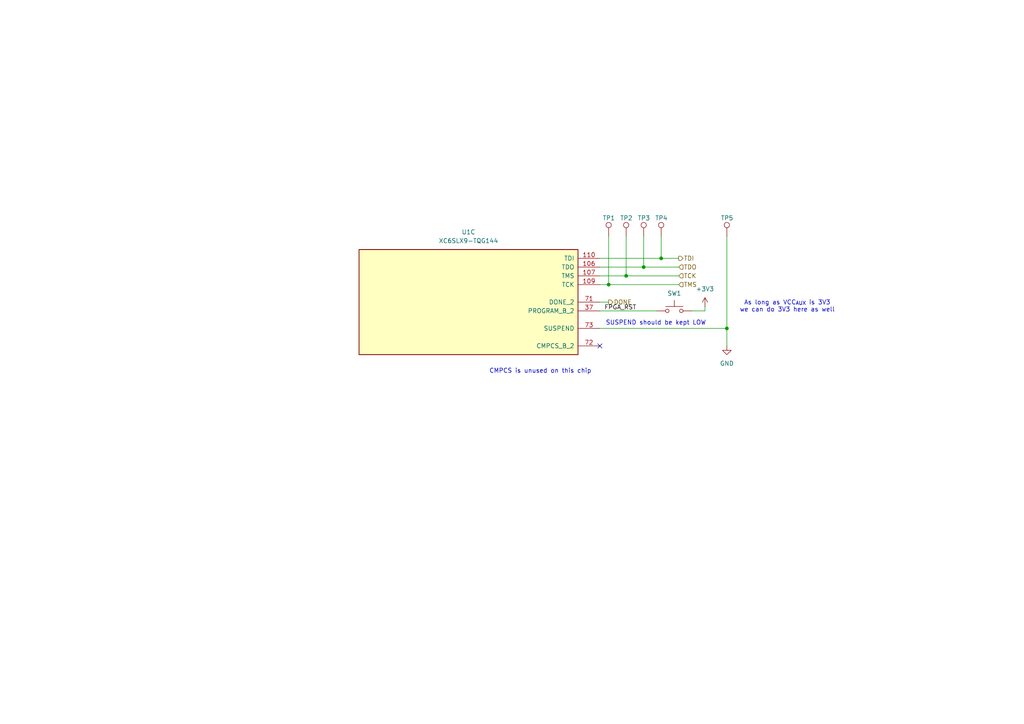
<source format=kicad_sch>
(kicad_sch
	(version 20231120)
	(generator "eeschema")
	(generator_version "8.0")
	(uuid "9635b207-be56-4692-b7be-abdb3712be18")
	(paper "A4")
	(title_block
		(title "FPGA JTAG Interface")
		(date "2024-03-11")
		(rev "1")
		(company "https://github.com/Cuprum77")
	)
	(lib_symbols
		(symbol "+3V3_1"
			(power)
			(pin_numbers hide)
			(pin_names
				(offset 0) hide)
			(exclude_from_sim no)
			(in_bom yes)
			(on_board yes)
			(property "Reference" "#PWR"
				(at 0 -3.81 0)
				(effects
					(font
						(size 1.27 1.27)
					)
					(hide yes)
				)
			)
			(property "Value" "+3V3"
				(at 0 3.556 0)
				(effects
					(font
						(size 1.27 1.27)
					)
				)
			)
			(property "Footprint" ""
				(at 0 0 0)
				(effects
					(font
						(size 1.27 1.27)
					)
					(hide yes)
				)
			)
			(property "Datasheet" ""
				(at 0 0 0)
				(effects
					(font
						(size 1.27 1.27)
					)
					(hide yes)
				)
			)
			(property "Description" "Power symbol creates a global label with name \"+3V3\""
				(at 0 0 0)
				(effects
					(font
						(size 1.27 1.27)
					)
					(hide yes)
				)
			)
			(property "ki_keywords" "global power"
				(at 0 0 0)
				(effects
					(font
						(size 1.27 1.27)
					)
					(hide yes)
				)
			)
			(symbol "+3V3_1_0_1"
				(polyline
					(pts
						(xy -0.762 1.27) (xy 0 2.54)
					)
					(stroke
						(width 0)
						(type default)
					)
					(fill
						(type none)
					)
				)
				(polyline
					(pts
						(xy 0 0) (xy 0 2.54)
					)
					(stroke
						(width 0)
						(type default)
					)
					(fill
						(type none)
					)
				)
				(polyline
					(pts
						(xy 0 2.54) (xy 0.762 1.27)
					)
					(stroke
						(width 0)
						(type default)
					)
					(fill
						(type none)
					)
				)
			)
			(symbol "+3V3_1_1_1"
				(pin power_in line
					(at 0 0 90)
					(length 0)
					(name "~"
						(effects
							(font
								(size 1.27 1.27)
							)
						)
					)
					(number "1"
						(effects
							(font
								(size 1.27 1.27)
							)
						)
					)
				)
			)
		)
		(symbol "Connector:TestPoint"
			(pin_numbers hide)
			(pin_names
				(offset 0.762) hide)
			(exclude_from_sim no)
			(in_bom yes)
			(on_board yes)
			(property "Reference" "TP"
				(at 0 6.858 0)
				(effects
					(font
						(size 1.27 1.27)
					)
				)
			)
			(property "Value" "TestPoint"
				(at 0 5.08 0)
				(effects
					(font
						(size 1.27 1.27)
					)
				)
			)
			(property "Footprint" ""
				(at 5.08 0 0)
				(effects
					(font
						(size 1.27 1.27)
					)
					(hide yes)
				)
			)
			(property "Datasheet" "~"
				(at 5.08 0 0)
				(effects
					(font
						(size 1.27 1.27)
					)
					(hide yes)
				)
			)
			(property "Description" "test point"
				(at 0 0 0)
				(effects
					(font
						(size 1.27 1.27)
					)
					(hide yes)
				)
			)
			(property "ki_keywords" "test point tp"
				(at 0 0 0)
				(effects
					(font
						(size 1.27 1.27)
					)
					(hide yes)
				)
			)
			(property "ki_fp_filters" "Pin* Test*"
				(at 0 0 0)
				(effects
					(font
						(size 1.27 1.27)
					)
					(hide yes)
				)
			)
			(symbol "TestPoint_0_1"
				(circle
					(center 0 3.302)
					(radius 0.762)
					(stroke
						(width 0)
						(type default)
					)
					(fill
						(type none)
					)
				)
			)
			(symbol "TestPoint_1_1"
				(pin passive line
					(at 0 0 90)
					(length 2.54)
					(name "1"
						(effects
							(font
								(size 1.27 1.27)
							)
						)
					)
					(number "1"
						(effects
							(font
								(size 1.27 1.27)
							)
						)
					)
				)
			)
		)
		(symbol "FPGA_Xilinx_Spartan6:XC6SLX9-TQG144"
			(pin_names
				(offset 1.016)
			)
			(exclude_from_sim no)
			(in_bom yes)
			(on_board yes)
			(property "Reference" "U"
				(at 0 1.27 0)
				(effects
					(font
						(size 1.27 1.27)
					)
				)
			)
			(property "Value" "XC6SLX9-TQG144"
				(at 0 -1.27 0)
				(effects
					(font
						(size 1.27 1.27)
					)
				)
			)
			(property "Footprint" ""
				(at 0 0 0)
				(effects
					(font
						(size 1.27 1.27)
					)
					(hide yes)
				)
			)
			(property "Datasheet" ""
				(at 0 0 0)
				(effects
					(font
						(size 1.27 1.27)
					)
				)
			)
			(property "Description" "Spartan 6 LX 9 XC6SLX9-TQG144"
				(at 0 0 0)
				(effects
					(font
						(size 1.27 1.27)
					)
					(hide yes)
				)
			)
			(property "ki_locked" ""
				(at 0 0 0)
				(effects
					(font
						(size 1.27 1.27)
					)
				)
			)
			(property "ki_keywords" "FPGA"
				(at 0 0 0)
				(effects
					(font
						(size 1.27 1.27)
					)
					(hide yes)
				)
			)
			(symbol "XC6SLX9-TQG144_1_1"
				(rectangle
					(start -44.45 36.83)
					(end 44.45 -43.18)
					(stroke
						(width 0.254)
						(type default)
					)
					(fill
						(type background)
					)
				)
				(pin bidirectional line
					(at 50.8 12.7 180)
					(length 6.35)
					(name "IO_L33P_1"
						(effects
							(font
								(size 1.27 1.27)
							)
						)
					)
					(number "100"
						(effects
							(font
								(size 1.27 1.27)
							)
						)
					)
				)
				(pin bidirectional line
					(at 50.8 15.24 180)
					(length 6.35)
					(name "IO_L32N_1"
						(effects
							(font
								(size 1.27 1.27)
							)
						)
					)
					(number "101"
						(effects
							(font
								(size 1.27 1.27)
							)
						)
					)
				)
				(pin bidirectional line
					(at 50.8 17.78 180)
					(length 6.35)
					(name "IO_L32P_1"
						(effects
							(font
								(size 1.27 1.27)
							)
						)
					)
					(number "102"
						(effects
							(font
								(size 1.27 1.27)
							)
						)
					)
				)
				(pin power_in line
					(at 40.64 43.18 270)
					(length 6.35)
					(name "VCCO_1"
						(effects
							(font
								(size 1.27 1.27)
							)
						)
					)
					(number "103"
						(effects
							(font
								(size 1.27 1.27)
							)
						)
					)
				)
				(pin bidirectional line
					(at 50.8 20.32 180)
					(length 6.35)
					(name "IO_L1N_VREF_1"
						(effects
							(font
								(size 1.27 1.27)
							)
						)
					)
					(number "104"
						(effects
							(font
								(size 1.27 1.27)
							)
						)
					)
				)
				(pin bidirectional line
					(at 50.8 22.86 180)
					(length 6.35)
					(name "IO_L1P_1"
						(effects
							(font
								(size 1.27 1.27)
							)
						)
					)
					(number "105"
						(effects
							(font
								(size 1.27 1.27)
							)
						)
					)
				)
				(pin bidirectional line
					(at -50.8 -40.64 0)
					(length 6.35)
					(name "IO_L66N_SCP0_0"
						(effects
							(font
								(size 1.27 1.27)
							)
						)
					)
					(number "111"
						(effects
							(font
								(size 1.27 1.27)
							)
						)
					)
				)
				(pin bidirectional line
					(at -50.8 -38.1 0)
					(length 6.35)
					(name "IO_L66P_SCP1_0"
						(effects
							(font
								(size 1.27 1.27)
							)
						)
					)
					(number "112"
						(effects
							(font
								(size 1.27 1.27)
							)
						)
					)
				)
				(pin bidirectional line
					(at -50.8 -35.56 0)
					(length 6.35)
					(name "IO_L65N_SCP2_0"
						(effects
							(font
								(size 1.27 1.27)
							)
						)
					)
					(number "114"
						(effects
							(font
								(size 1.27 1.27)
							)
						)
					)
				)
				(pin bidirectional line
					(at -50.8 -33.02 0)
					(length 6.35)
					(name "IO_L65P_SCP3_0"
						(effects
							(font
								(size 1.27 1.27)
							)
						)
					)
					(number "115"
						(effects
							(font
								(size 1.27 1.27)
							)
						)
					)
				)
				(pin bidirectional line
					(at -50.8 -30.48 0)
					(length 6.35)
					(name "IO_L64N_SCP4_0"
						(effects
							(font
								(size 1.27 1.27)
							)
						)
					)
					(number "116"
						(effects
							(font
								(size 1.27 1.27)
							)
						)
					)
				)
				(pin bidirectional line
					(at -50.8 -27.94 0)
					(length 6.35)
					(name "IO_L64P_SCP5_0"
						(effects
							(font
								(size 1.27 1.27)
							)
						)
					)
					(number "117"
						(effects
							(font
								(size 1.27 1.27)
							)
						)
					)
				)
				(pin bidirectional line
					(at -50.8 -25.4 0)
					(length 6.35)
					(name "IO_L63N_SCP6_0"
						(effects
							(font
								(size 1.27 1.27)
							)
						)
					)
					(number "118"
						(effects
							(font
								(size 1.27 1.27)
							)
						)
					)
				)
				(pin bidirectional line
					(at -50.8 -22.86 0)
					(length 6.35)
					(name "IO_L63P_SCP7_0"
						(effects
							(font
								(size 1.27 1.27)
							)
						)
					)
					(number "119"
						(effects
							(font
								(size 1.27 1.27)
							)
						)
					)
				)
				(pin bidirectional line
					(at -50.8 -20.32 0)
					(length 6.35)
					(name "IO_L62N_VREF_0"
						(effects
							(font
								(size 1.27 1.27)
							)
						)
					)
					(number "120"
						(effects
							(font
								(size 1.27 1.27)
							)
						)
					)
				)
				(pin bidirectional line
					(at -50.8 -17.78 0)
					(length 6.35)
					(name "IO_L62P_0"
						(effects
							(font
								(size 1.27 1.27)
							)
						)
					)
					(number "121"
						(effects
							(font
								(size 1.27 1.27)
							)
						)
					)
				)
				(pin power_in line
					(at -40.64 43.18 270)
					(length 6.35)
					(name "VCCO_0"
						(effects
							(font
								(size 1.27 1.27)
							)
						)
					)
					(number "122"
						(effects
							(font
								(size 1.27 1.27)
							)
						)
					)
				)
				(pin bidirectional line
					(at -50.8 -15.24 0)
					(length 6.35)
					(name "IO_L37N_GCLK12_0"
						(effects
							(font
								(size 1.27 1.27)
							)
						)
					)
					(number "123"
						(effects
							(font
								(size 1.27 1.27)
							)
						)
					)
				)
				(pin bidirectional line
					(at -50.8 -12.7 0)
					(length 6.35)
					(name "IO_L37P_GCLK13_0"
						(effects
							(font
								(size 1.27 1.27)
							)
						)
					)
					(number "124"
						(effects
							(font
								(size 1.27 1.27)
							)
						)
					)
				)
				(pin power_in line
					(at -38.1 43.18 270)
					(length 6.35)
					(name "VCCO_0"
						(effects
							(font
								(size 1.27 1.27)
							)
						)
					)
					(number "125"
						(effects
							(font
								(size 1.27 1.27)
							)
						)
					)
				)
				(pin bidirectional line
					(at -50.8 -10.16 0)
					(length 6.35)
					(name "IO_L36N_GCLK14_0"
						(effects
							(font
								(size 1.27 1.27)
							)
						)
					)
					(number "126"
						(effects
							(font
								(size 1.27 1.27)
							)
						)
					)
				)
				(pin bidirectional line
					(at -50.8 -7.62 0)
					(length 6.35)
					(name "IO_L36P_GCLK15_0"
						(effects
							(font
								(size 1.27 1.27)
							)
						)
					)
					(number "127"
						(effects
							(font
								(size 1.27 1.27)
							)
						)
					)
				)
				(pin bidirectional line
					(at -50.8 -5.08 0)
					(length 6.35)
					(name "IO_L35N_GCLK16_0"
						(effects
							(font
								(size 1.27 1.27)
							)
						)
					)
					(number "131"
						(effects
							(font
								(size 1.27 1.27)
							)
						)
					)
				)
				(pin bidirectional line
					(at -50.8 -2.54 0)
					(length 6.35)
					(name "IO_L35P_GCLK17_0"
						(effects
							(font
								(size 1.27 1.27)
							)
						)
					)
					(number "132"
						(effects
							(font
								(size 1.27 1.27)
							)
						)
					)
				)
				(pin bidirectional line
					(at -50.8 0 0)
					(length 6.35)
					(name "IO_L34N_GCLK18_0"
						(effects
							(font
								(size 1.27 1.27)
							)
						)
					)
					(number "133"
						(effects
							(font
								(size 1.27 1.27)
							)
						)
					)
				)
				(pin bidirectional line
					(at -50.8 2.54 0)
					(length 6.35)
					(name "IO_L34P_GCLK19_0"
						(effects
							(font
								(size 1.27 1.27)
							)
						)
					)
					(number "134"
						(effects
							(font
								(size 1.27 1.27)
							)
						)
					)
				)
				(pin power_in line
					(at -35.56 43.18 270)
					(length 6.35)
					(name "VCCO_0"
						(effects
							(font
								(size 1.27 1.27)
							)
						)
					)
					(number "135"
						(effects
							(font
								(size 1.27 1.27)
							)
						)
					)
				)
				(pin bidirectional line
					(at -50.8 5.08 0)
					(length 6.35)
					(name "IO_L4N_0"
						(effects
							(font
								(size 1.27 1.27)
							)
						)
					)
					(number "137"
						(effects
							(font
								(size 1.27 1.27)
							)
						)
					)
				)
				(pin bidirectional line
					(at -50.8 7.62 0)
					(length 6.35)
					(name "IO_L4P_0"
						(effects
							(font
								(size 1.27 1.27)
							)
						)
					)
					(number "138"
						(effects
							(font
								(size 1.27 1.27)
							)
						)
					)
				)
				(pin bidirectional line
					(at -50.8 10.16 0)
					(length 6.35)
					(name "IO_L3N_0"
						(effects
							(font
								(size 1.27 1.27)
							)
						)
					)
					(number "139"
						(effects
							(font
								(size 1.27 1.27)
							)
						)
					)
				)
				(pin bidirectional line
					(at -50.8 12.7 0)
					(length 6.35)
					(name "IO_L3P_0"
						(effects
							(font
								(size 1.27 1.27)
							)
						)
					)
					(number "140"
						(effects
							(font
								(size 1.27 1.27)
							)
						)
					)
				)
				(pin bidirectional line
					(at -50.8 15.24 0)
					(length 6.35)
					(name "IO_L2N_0"
						(effects
							(font
								(size 1.27 1.27)
							)
						)
					)
					(number "141"
						(effects
							(font
								(size 1.27 1.27)
							)
						)
					)
				)
				(pin bidirectional line
					(at -50.8 17.78 0)
					(length 6.35)
					(name "IO_L2P_0"
						(effects
							(font
								(size 1.27 1.27)
							)
						)
					)
					(number "142"
						(effects
							(font
								(size 1.27 1.27)
							)
						)
					)
				)
				(pin bidirectional line
					(at -50.8 20.32 0)
					(length 6.35)
					(name "IO_L1N_VREF_0"
						(effects
							(font
								(size 1.27 1.27)
							)
						)
					)
					(number "143"
						(effects
							(font
								(size 1.27 1.27)
							)
						)
					)
				)
				(pin bidirectional line
					(at -50.8 22.86 0)
					(length 6.35)
					(name "IO_L1P_HSWAPEN_0"
						(effects
							(font
								(size 1.27 1.27)
							)
						)
					)
					(number "144"
						(effects
							(font
								(size 1.27 1.27)
							)
						)
					)
				)
				(pin bidirectional line
					(at 50.8 -35.56 180)
					(length 6.35)
					(name "IO_L74N_DOUT_BUSY_1"
						(effects
							(font
								(size 1.27 1.27)
							)
						)
					)
					(number "74"
						(effects
							(font
								(size 1.27 1.27)
							)
						)
					)
				)
				(pin bidirectional line
					(at 50.8 -33.02 180)
					(length 6.35)
					(name "IO_L74P_AWAKE_1"
						(effects
							(font
								(size 1.27 1.27)
							)
						)
					)
					(number "75"
						(effects
							(font
								(size 1.27 1.27)
							)
						)
					)
				)
				(pin power_in line
					(at 35.56 43.18 270)
					(length 6.35)
					(name "VCCO_1"
						(effects
							(font
								(size 1.27 1.27)
							)
						)
					)
					(number "76"
						(effects
							(font
								(size 1.27 1.27)
							)
						)
					)
				)
				(pin bidirectional line
					(at 50.8 -30.48 180)
					(length 6.35)
					(name "IO_L47N_1"
						(effects
							(font
								(size 1.27 1.27)
							)
						)
					)
					(number "78"
						(effects
							(font
								(size 1.27 1.27)
							)
						)
					)
				)
				(pin bidirectional line
					(at 50.8 -27.94 180)
					(length 6.35)
					(name "IO_L47P_1"
						(effects
							(font
								(size 1.27 1.27)
							)
						)
					)
					(number "79"
						(effects
							(font
								(size 1.27 1.27)
							)
						)
					)
				)
				(pin bidirectional line
					(at 50.8 -25.4 180)
					(length 6.35)
					(name "IO_L46N_1"
						(effects
							(font
								(size 1.27 1.27)
							)
						)
					)
					(number "80"
						(effects
							(font
								(size 1.27 1.27)
							)
						)
					)
				)
				(pin bidirectional line
					(at 50.8 -22.86 180)
					(length 6.35)
					(name "IO_L46P_1"
						(effects
							(font
								(size 1.27 1.27)
							)
						)
					)
					(number "81"
						(effects
							(font
								(size 1.27 1.27)
							)
						)
					)
				)
				(pin bidirectional line
					(at 50.8 -20.32 180)
					(length 6.35)
					(name "IO_L45N_1"
						(effects
							(font
								(size 1.27 1.27)
							)
						)
					)
					(number "82"
						(effects
							(font
								(size 1.27 1.27)
							)
						)
					)
				)
				(pin bidirectional line
					(at 50.8 -17.78 180)
					(length 6.35)
					(name "IO_L45P_1"
						(effects
							(font
								(size 1.27 1.27)
							)
						)
					)
					(number "83"
						(effects
							(font
								(size 1.27 1.27)
							)
						)
					)
				)
				(pin bidirectional line
					(at 50.8 -15.24 180)
					(length 6.35)
					(name "IO_L43N_GCLK4_1"
						(effects
							(font
								(size 1.27 1.27)
							)
						)
					)
					(number "84"
						(effects
							(font
								(size 1.27 1.27)
							)
						)
					)
				)
				(pin bidirectional line
					(at 50.8 -12.7 180)
					(length 6.35)
					(name "IO_L43P_GCLK5_1"
						(effects
							(font
								(size 1.27 1.27)
							)
						)
					)
					(number "85"
						(effects
							(font
								(size 1.27 1.27)
							)
						)
					)
				)
				(pin power_in line
					(at 38.1 43.18 270)
					(length 6.35)
					(name "VCCO_1"
						(effects
							(font
								(size 1.27 1.27)
							)
						)
					)
					(number "86"
						(effects
							(font
								(size 1.27 1.27)
							)
						)
					)
				)
				(pin bidirectional line
					(at 50.8 -10.16 180)
					(length 6.35)
					(name "IO_L42N_GCLK6_TRDY1_1"
						(effects
							(font
								(size 1.27 1.27)
							)
						)
					)
					(number "87"
						(effects
							(font
								(size 1.27 1.27)
							)
						)
					)
				)
				(pin bidirectional line
					(at 50.8 -7.62 180)
					(length 6.35)
					(name "IO_L42P_GCLK7_1"
						(effects
							(font
								(size 1.27 1.27)
							)
						)
					)
					(number "88"
						(effects
							(font
								(size 1.27 1.27)
							)
						)
					)
				)
				(pin bidirectional line
					(at 50.8 -5.08 180)
					(length 6.35)
					(name "IO_L41N_GCLK8_1"
						(effects
							(font
								(size 1.27 1.27)
							)
						)
					)
					(number "92"
						(effects
							(font
								(size 1.27 1.27)
							)
						)
					)
				)
				(pin bidirectional line
					(at 50.8 -2.54 180)
					(length 6.35)
					(name "IO_L41P_GCLK9_IRDY1_1"
						(effects
							(font
								(size 1.27 1.27)
							)
						)
					)
					(number "93"
						(effects
							(font
								(size 1.27 1.27)
							)
						)
					)
				)
				(pin bidirectional line
					(at 50.8 0 180)
					(length 6.35)
					(name "IO_L40N_GCLK10_1"
						(effects
							(font
								(size 1.27 1.27)
							)
						)
					)
					(number "94"
						(effects
							(font
								(size 1.27 1.27)
							)
						)
					)
				)
				(pin bidirectional line
					(at 50.8 2.54 180)
					(length 6.35)
					(name "IO_L40P_GCLK11_1"
						(effects
							(font
								(size 1.27 1.27)
							)
						)
					)
					(number "95"
						(effects
							(font
								(size 1.27 1.27)
							)
						)
					)
				)
				(pin bidirectional line
					(at 50.8 5.08 180)
					(length 6.35)
					(name "IO_L34N_1"
						(effects
							(font
								(size 1.27 1.27)
							)
						)
					)
					(number "97"
						(effects
							(font
								(size 1.27 1.27)
							)
						)
					)
				)
				(pin bidirectional line
					(at 50.8 7.62 180)
					(length 6.35)
					(name "IO_L34P_1"
						(effects
							(font
								(size 1.27 1.27)
							)
						)
					)
					(number "98"
						(effects
							(font
								(size 1.27 1.27)
							)
						)
					)
				)
				(pin bidirectional line
					(at 50.8 10.16 180)
					(length 6.35)
					(name "IO_L33N_1"
						(effects
							(font
								(size 1.27 1.27)
							)
						)
					)
					(number "99"
						(effects
							(font
								(size 1.27 1.27)
							)
						)
					)
				)
			)
			(symbol "XC6SLX9-TQG144_2_1"
				(rectangle
					(start -44.45 36.83)
					(end 44.45 -43.18)
					(stroke
						(width 0.254)
						(type default)
					)
					(fill
						(type background)
					)
				)
				(pin bidirectional line
					(at 50.8 -40.64 180)
					(length 6.35)
					(name "IO_L83N_VREF_3"
						(effects
							(font
								(size 1.27 1.27)
							)
						)
					)
					(number "1"
						(effects
							(font
								(size 1.27 1.27)
							)
						)
					)
				)
				(pin bidirectional line
					(at 50.8 -22.86 180)
					(length 6.35)
					(name "IO_L50P_3"
						(effects
							(font
								(size 1.27 1.27)
							)
						)
					)
					(number "10"
						(effects
							(font
								(size 1.27 1.27)
							)
						)
					)
				)
				(pin bidirectional line
					(at 50.8 -20.32 180)
					(length 6.35)
					(name "IO_L49N_3"
						(effects
							(font
								(size 1.27 1.27)
							)
						)
					)
					(number "11"
						(effects
							(font
								(size 1.27 1.27)
							)
						)
					)
				)
				(pin bidirectional line
					(at 50.8 -17.78 180)
					(length 6.35)
					(name "IO_L49P_3"
						(effects
							(font
								(size 1.27 1.27)
							)
						)
					)
					(number "12"
						(effects
							(font
								(size 1.27 1.27)
							)
						)
					)
				)
				(pin bidirectional line
					(at 50.8 -15.24 180)
					(length 6.35)
					(name "IO_L44N_GCLK20_3"
						(effects
							(font
								(size 1.27 1.27)
							)
						)
					)
					(number "14"
						(effects
							(font
								(size 1.27 1.27)
							)
						)
					)
				)
				(pin bidirectional line
					(at 50.8 -12.7 180)
					(length 6.35)
					(name "IO_L44P_GCLK21_3"
						(effects
							(font
								(size 1.27 1.27)
							)
						)
					)
					(number "15"
						(effects
							(font
								(size 1.27 1.27)
							)
						)
					)
				)
				(pin bidirectional line
					(at 50.8 -10.16 180)
					(length 6.35)
					(name "IO_L43N_GCLK22_IRDY2_3"
						(effects
							(font
								(size 1.27 1.27)
							)
						)
					)
					(number "16"
						(effects
							(font
								(size 1.27 1.27)
							)
						)
					)
				)
				(pin bidirectional line
					(at 50.8 -7.62 180)
					(length 6.35)
					(name "IO_L43P_GCLK23_3"
						(effects
							(font
								(size 1.27 1.27)
							)
						)
					)
					(number "17"
						(effects
							(font
								(size 1.27 1.27)
							)
						)
					)
				)
				(pin power_in line
					(at 38.1 43.18 270)
					(length 6.35)
					(name "VCCO_3"
						(effects
							(font
								(size 1.27 1.27)
							)
						)
					)
					(number "18"
						(effects
							(font
								(size 1.27 1.27)
							)
						)
					)
				)
				(pin bidirectional line
					(at 50.8 -38.1 180)
					(length 6.35)
					(name "IO_L83P_3"
						(effects
							(font
								(size 1.27 1.27)
							)
						)
					)
					(number "2"
						(effects
							(font
								(size 1.27 1.27)
							)
						)
					)
				)
				(pin bidirectional line
					(at 50.8 -5.08 180)
					(length 6.35)
					(name "IO_L42N_GCLK24_3"
						(effects
							(font
								(size 1.27 1.27)
							)
						)
					)
					(number "21"
						(effects
							(font
								(size 1.27 1.27)
							)
						)
					)
				)
				(pin bidirectional line
					(at 50.8 -2.54 180)
					(length 6.35)
					(name "IO_L42P_GCLK25_TRDY2_3"
						(effects
							(font
								(size 1.27 1.27)
							)
						)
					)
					(number "22"
						(effects
							(font
								(size 1.27 1.27)
							)
						)
					)
				)
				(pin bidirectional line
					(at 50.8 0 180)
					(length 6.35)
					(name "IO_L41N_GCLK26_3"
						(effects
							(font
								(size 1.27 1.27)
							)
						)
					)
					(number "23"
						(effects
							(font
								(size 1.27 1.27)
							)
						)
					)
				)
				(pin bidirectional line
					(at 50.8 2.54 180)
					(length 6.35)
					(name "IO_L41P_GCLK27_3"
						(effects
							(font
								(size 1.27 1.27)
							)
						)
					)
					(number "24"
						(effects
							(font
								(size 1.27 1.27)
							)
						)
					)
				)
				(pin bidirectional line
					(at 50.8 5.08 180)
					(length 6.35)
					(name "IO_L37N_3"
						(effects
							(font
								(size 1.27 1.27)
							)
						)
					)
					(number "26"
						(effects
							(font
								(size 1.27 1.27)
							)
						)
					)
				)
				(pin bidirectional line
					(at 50.8 7.62 180)
					(length 6.35)
					(name "IO_L37P_3"
						(effects
							(font
								(size 1.27 1.27)
							)
						)
					)
					(number "27"
						(effects
							(font
								(size 1.27 1.27)
							)
						)
					)
				)
				(pin bidirectional line
					(at 50.8 10.16 180)
					(length 6.35)
					(name "IO_L36N_3"
						(effects
							(font
								(size 1.27 1.27)
							)
						)
					)
					(number "29"
						(effects
							(font
								(size 1.27 1.27)
							)
						)
					)
				)
				(pin bidirectional line
					(at 50.8 12.7 180)
					(length 6.35)
					(name "IO_L36P_3"
						(effects
							(font
								(size 1.27 1.27)
							)
						)
					)
					(number "30"
						(effects
							(font
								(size 1.27 1.27)
							)
						)
					)
				)
				(pin power_in line
					(at 40.64 43.18 270)
					(length 6.35)
					(name "VCCO_3"
						(effects
							(font
								(size 1.27 1.27)
							)
						)
					)
					(number "31"
						(effects
							(font
								(size 1.27 1.27)
							)
						)
					)
				)
				(pin bidirectional line
					(at 50.8 15.24 180)
					(length 6.35)
					(name "IO_L2N_3"
						(effects
							(font
								(size 1.27 1.27)
							)
						)
					)
					(number "32"
						(effects
							(font
								(size 1.27 1.27)
							)
						)
					)
				)
				(pin bidirectional line
					(at 50.8 17.78 180)
					(length 6.35)
					(name "IO_L2P_3"
						(effects
							(font
								(size 1.27 1.27)
							)
						)
					)
					(number "33"
						(effects
							(font
								(size 1.27 1.27)
							)
						)
					)
				)
				(pin bidirectional line
					(at 50.8 20.32 180)
					(length 6.35)
					(name "IO_L1N_VREF_3"
						(effects
							(font
								(size 1.27 1.27)
							)
						)
					)
					(number "34"
						(effects
							(font
								(size 1.27 1.27)
							)
						)
					)
				)
				(pin bidirectional line
					(at 50.8 22.86 180)
					(length 6.35)
					(name "IO_L1P_3"
						(effects
							(font
								(size 1.27 1.27)
							)
						)
					)
					(number "35"
						(effects
							(font
								(size 1.27 1.27)
							)
						)
					)
				)
				(pin bidirectional line
					(at -50.8 -40.64 0)
					(length 6.35)
					(name "IO_L65N_CSO_B_2"
						(effects
							(font
								(size 1.27 1.27)
							)
						)
					)
					(number "38"
						(effects
							(font
								(size 1.27 1.27)
							)
						)
					)
				)
				(pin bidirectional line
					(at -50.8 -38.1 0)
					(length 6.35)
					(name "IO_L65P_INIT_B_2"
						(effects
							(font
								(size 1.27 1.27)
							)
						)
					)
					(number "39"
						(effects
							(font
								(size 1.27 1.27)
							)
						)
					)
				)
				(pin power_in line
					(at 35.56 43.18 270)
					(length 6.35)
					(name "VCCO_3"
						(effects
							(font
								(size 1.27 1.27)
							)
						)
					)
					(number "4"
						(effects
							(font
								(size 1.27 1.27)
							)
						)
					)
				)
				(pin bidirectional line
					(at -50.8 -35.56 0)
					(length 6.35)
					(name "IO_L64N_D9_2"
						(effects
							(font
								(size 1.27 1.27)
							)
						)
					)
					(number "40"
						(effects
							(font
								(size 1.27 1.27)
							)
						)
					)
				)
				(pin bidirectional line
					(at -50.8 -33.02 0)
					(length 6.35)
					(name "IO_L64P_D8_2"
						(effects
							(font
								(size 1.27 1.27)
							)
						)
					)
					(number "41"
						(effects
							(font
								(size 1.27 1.27)
							)
						)
					)
				)
				(pin power_in line
					(at -40.64 43.18 270)
					(length 6.35)
					(name "VCCO_2"
						(effects
							(font
								(size 1.27 1.27)
							)
						)
					)
					(number "42"
						(effects
							(font
								(size 1.27 1.27)
							)
						)
					)
				)
				(pin bidirectional line
					(at -50.8 -30.48 0)
					(length 6.35)
					(name "IO_L62N_D6_2"
						(effects
							(font
								(size 1.27 1.27)
							)
						)
					)
					(number "43"
						(effects
							(font
								(size 1.27 1.27)
							)
						)
					)
				)
				(pin bidirectional line
					(at -50.8 -27.94 0)
					(length 6.35)
					(name "IO_L62P_D5_2"
						(effects
							(font
								(size 1.27 1.27)
							)
						)
					)
					(number "44"
						(effects
							(font
								(size 1.27 1.27)
							)
						)
					)
				)
				(pin bidirectional line
					(at -50.8 -25.4 0)
					(length 6.35)
					(name "IO_L49N_D4_2"
						(effects
							(font
								(size 1.27 1.27)
							)
						)
					)
					(number "45"
						(effects
							(font
								(size 1.27 1.27)
							)
						)
					)
				)
				(pin bidirectional line
					(at -50.8 -22.86 0)
					(length 6.35)
					(name "IO_L49P_D3_2"
						(effects
							(font
								(size 1.27 1.27)
							)
						)
					)
					(number "46"
						(effects
							(font
								(size 1.27 1.27)
							)
						)
					)
				)
				(pin bidirectional line
					(at -50.8 -20.32 0)
					(length 6.35)
					(name "IO_L48N_RDWR_B_VREF_2"
						(effects
							(font
								(size 1.27 1.27)
							)
						)
					)
					(number "47"
						(effects
							(font
								(size 1.27 1.27)
							)
						)
					)
				)
				(pin bidirectional line
					(at -50.8 -17.78 0)
					(length 6.35)
					(name "IO_L48P_D7_2"
						(effects
							(font
								(size 1.27 1.27)
							)
						)
					)
					(number "48"
						(effects
							(font
								(size 1.27 1.27)
							)
						)
					)
				)
				(pin bidirectional line
					(at 50.8 -35.56 180)
					(length 6.35)
					(name "IO_L52N_3"
						(effects
							(font
								(size 1.27 1.27)
							)
						)
					)
					(number "5"
						(effects
							(font
								(size 1.27 1.27)
							)
						)
					)
				)
				(pin bidirectional line
					(at -50.8 -15.24 0)
					(length 6.35)
					(name "IO_L31N_GCLK30_D15_2"
						(effects
							(font
								(size 1.27 1.27)
							)
						)
					)
					(number "50"
						(effects
							(font
								(size 1.27 1.27)
							)
						)
					)
				)
				(pin bidirectional line
					(at -50.8 -12.7 0)
					(length 6.35)
					(name "IO_L31P_GCLK31_D14_2"
						(effects
							(font
								(size 1.27 1.27)
							)
						)
					)
					(number "51"
						(effects
							(font
								(size 1.27 1.27)
							)
						)
					)
				)
				(pin bidirectional line
					(at -50.8 -10.16 0)
					(length 6.35)
					(name "IO_L30N_GCLK0_USERCCLK_2"
						(effects
							(font
								(size 1.27 1.27)
							)
						)
					)
					(number "55"
						(effects
							(font
								(size 1.27 1.27)
							)
						)
					)
				)
				(pin bidirectional line
					(at -50.8 -7.62 0)
					(length 6.35)
					(name "IO_L30P_GCLK1_D13_2"
						(effects
							(font
								(size 1.27 1.27)
							)
						)
					)
					(number "56"
						(effects
							(font
								(size 1.27 1.27)
							)
						)
					)
				)
				(pin bidirectional line
					(at -50.8 -5.08 0)
					(length 6.35)
					(name "IO_L14N_D12_2"
						(effects
							(font
								(size 1.27 1.27)
							)
						)
					)
					(number "57"
						(effects
							(font
								(size 1.27 1.27)
							)
						)
					)
				)
				(pin bidirectional line
					(at -50.8 -2.54 0)
					(length 6.35)
					(name "IO_L14P_D11_2"
						(effects
							(font
								(size 1.27 1.27)
							)
						)
					)
					(number "58"
						(effects
							(font
								(size 1.27 1.27)
							)
						)
					)
				)
				(pin bidirectional line
					(at -50.8 0 0)
					(length 6.35)
					(name "IO_L13N_D10_2"
						(effects
							(font
								(size 1.27 1.27)
							)
						)
					)
					(number "59"
						(effects
							(font
								(size 1.27 1.27)
							)
						)
					)
				)
				(pin bidirectional line
					(at 50.8 -33.02 180)
					(length 6.35)
					(name "IO_L52P_3"
						(effects
							(font
								(size 1.27 1.27)
							)
						)
					)
					(number "6"
						(effects
							(font
								(size 1.27 1.27)
							)
						)
					)
				)
				(pin bidirectional line
					(at -50.8 2.54 0)
					(length 6.35)
					(name "IO_L13P_M1_2"
						(effects
							(font
								(size 1.27 1.27)
							)
						)
					)
					(number "60"
						(effects
							(font
								(size 1.27 1.27)
							)
						)
					)
				)
				(pin bidirectional line
					(at -50.8 5.08 0)
					(length 6.35)
					(name "IO_L12N_D2_MISO3_2"
						(effects
							(font
								(size 1.27 1.27)
							)
						)
					)
					(number "61"
						(effects
							(font
								(size 1.27 1.27)
							)
						)
					)
				)
				(pin bidirectional line
					(at -50.8 7.62 0)
					(length 6.35)
					(name "IO_L12P_D1_MISO2_2"
						(effects
							(font
								(size 1.27 1.27)
							)
						)
					)
					(number "62"
						(effects
							(font
								(size 1.27 1.27)
							)
						)
					)
				)
				(pin power_in line
					(at -38.1 43.18 270)
					(length 6.35)
					(name "VCCO_2"
						(effects
							(font
								(size 1.27 1.27)
							)
						)
					)
					(number "63"
						(effects
							(font
								(size 1.27 1.27)
							)
						)
					)
				)
				(pin bidirectional line
					(at -50.8 10.16 0)
					(length 6.35)
					(name "IO_L3N_MOSI_CSI_B_MISO0_2"
						(effects
							(font
								(size 1.27 1.27)
							)
						)
					)
					(number "64"
						(effects
							(font
								(size 1.27 1.27)
							)
						)
					)
				)
				(pin bidirectional line
					(at -50.8 12.7 0)
					(length 6.35)
					(name "IO_L3P_D0_DIN_MISO_MISO1_2"
						(effects
							(font
								(size 1.27 1.27)
							)
						)
					)
					(number "65"
						(effects
							(font
								(size 1.27 1.27)
							)
						)
					)
				)
				(pin bidirectional line
					(at -50.8 15.24 0)
					(length 6.35)
					(name "IO_L2N_CMPMOSI_2"
						(effects
							(font
								(size 1.27 1.27)
							)
						)
					)
					(number "66"
						(effects
							(font
								(size 1.27 1.27)
							)
						)
					)
				)
				(pin bidirectional line
					(at -50.8 17.78 0)
					(length 6.35)
					(name "IO_L2P_CMPCLK_2"
						(effects
							(font
								(size 1.27 1.27)
							)
						)
					)
					(number "67"
						(effects
							(font
								(size 1.27 1.27)
							)
						)
					)
				)
				(pin bidirectional line
					(at -50.8 20.32 0)
					(length 6.35)
					(name "IO_L1N_M0_CMPMISO_2"
						(effects
							(font
								(size 1.27 1.27)
							)
						)
					)
					(number "69"
						(effects
							(font
								(size 1.27 1.27)
							)
						)
					)
				)
				(pin bidirectional line
					(at 50.8 -30.48 180)
					(length 6.35)
					(name "IO_L51N_3"
						(effects
							(font
								(size 1.27 1.27)
							)
						)
					)
					(number "7"
						(effects
							(font
								(size 1.27 1.27)
							)
						)
					)
				)
				(pin bidirectional line
					(at -50.8 22.86 0)
					(length 6.35)
					(name "IO_L1P_CCLK_2"
						(effects
							(font
								(size 1.27 1.27)
							)
						)
					)
					(number "70"
						(effects
							(font
								(size 1.27 1.27)
							)
						)
					)
				)
				(pin bidirectional line
					(at 50.8 -27.94 180)
					(length 6.35)
					(name "IO_L51P_3"
						(effects
							(font
								(size 1.27 1.27)
							)
						)
					)
					(number "8"
						(effects
							(font
								(size 1.27 1.27)
							)
						)
					)
				)
				(pin bidirectional line
					(at 50.8 -25.4 180)
					(length 6.35)
					(name "IO_L50N_3"
						(effects
							(font
								(size 1.27 1.27)
							)
						)
					)
					(number "9"
						(effects
							(font
								(size 1.27 1.27)
							)
						)
					)
				)
			)
			(symbol "XC6SLX9-TQG144_3_1"
				(rectangle
					(start -31.75 15.24)
					(end 31.75 -15.24)
					(stroke
						(width 0.254)
						(type default)
					)
					(fill
						(type background)
					)
				)
				(pin bidirectional line
					(at 38.1 10.16 180)
					(length 6.35)
					(name "TDO"
						(effects
							(font
								(size 1.27 1.27)
							)
						)
					)
					(number "106"
						(effects
							(font
								(size 1.27 1.27)
							)
						)
					)
				)
				(pin bidirectional line
					(at 38.1 7.62 180)
					(length 6.35)
					(name "TMS"
						(effects
							(font
								(size 1.27 1.27)
							)
						)
					)
					(number "107"
						(effects
							(font
								(size 1.27 1.27)
							)
						)
					)
				)
				(pin bidirectional line
					(at 38.1 5.08 180)
					(length 6.35)
					(name "TCK"
						(effects
							(font
								(size 1.27 1.27)
							)
						)
					)
					(number "109"
						(effects
							(font
								(size 1.27 1.27)
							)
						)
					)
				)
				(pin bidirectional line
					(at 38.1 12.7 180)
					(length 6.35)
					(name "TDI"
						(effects
							(font
								(size 1.27 1.27)
							)
						)
					)
					(number "110"
						(effects
							(font
								(size 1.27 1.27)
							)
						)
					)
				)
				(pin bidirectional line
					(at 38.1 -2.54 180)
					(length 6.35)
					(name "PROGRAM_B_2"
						(effects
							(font
								(size 1.27 1.27)
							)
						)
					)
					(number "37"
						(effects
							(font
								(size 1.27 1.27)
							)
						)
					)
				)
				(pin bidirectional line
					(at 38.1 0 180)
					(length 6.35)
					(name "DONE_2"
						(effects
							(font
								(size 1.27 1.27)
							)
						)
					)
					(number "71"
						(effects
							(font
								(size 1.27 1.27)
							)
						)
					)
				)
				(pin bidirectional line
					(at 38.1 -12.7 180)
					(length 6.35)
					(name "CMPCS_B_2"
						(effects
							(font
								(size 1.27 1.27)
							)
						)
					)
					(number "72"
						(effects
							(font
								(size 1.27 1.27)
							)
						)
					)
				)
				(pin bidirectional line
					(at 38.1 -7.62 180)
					(length 6.35)
					(name "SUSPEND"
						(effects
							(font
								(size 1.27 1.27)
							)
						)
					)
					(number "73"
						(effects
							(font
								(size 1.27 1.27)
							)
						)
					)
				)
			)
			(symbol "XC6SLX9-TQG144_4_1"
				(rectangle
					(start -19.05 17.78)
					(end 19.05 -17.78)
					(stroke
						(width 0.254)
						(type default)
					)
					(fill
						(type background)
					)
				)
				(pin power_in line
					(at 25.4 -7.62 180)
					(length 6.35)
					(name "GND"
						(effects
							(font
								(size 1.27 1.27)
							)
						)
					)
					(number "108"
						(effects
							(font
								(size 1.27 1.27)
							)
						)
					)
				)
				(pin power_in line
					(at 25.4 -10.16 180)
					(length 6.35)
					(name "GND"
						(effects
							(font
								(size 1.27 1.27)
							)
						)
					)
					(number "113"
						(effects
							(font
								(size 1.27 1.27)
							)
						)
					)
				)
				(pin power_in line
					(at 25.4 5.08 180)
					(length 6.35)
					(name "VCCINT"
						(effects
							(font
								(size 1.27 1.27)
							)
						)
					)
					(number "128"
						(effects
							(font
								(size 1.27 1.27)
							)
						)
					)
				)
				(pin power_in line
					(at -25.4 5.08 0)
					(length 6.35)
					(name "VCCAUX"
						(effects
							(font
								(size 1.27 1.27)
							)
						)
					)
					(number "129"
						(effects
							(font
								(size 1.27 1.27)
							)
						)
					)
				)
				(pin power_in line
					(at -25.4 -2.54 0)
					(length 6.35)
					(name "GND"
						(effects
							(font
								(size 1.27 1.27)
							)
						)
					)
					(number "13"
						(effects
							(font
								(size 1.27 1.27)
							)
						)
					)
				)
				(pin power_in line
					(at 25.4 -12.7 180)
					(length 6.35)
					(name "GND"
						(effects
							(font
								(size 1.27 1.27)
							)
						)
					)
					(number "130"
						(effects
							(font
								(size 1.27 1.27)
							)
						)
					)
				)
				(pin power_in line
					(at 25.4 -15.24 180)
					(length 6.35)
					(name "GND"
						(effects
							(font
								(size 1.27 1.27)
							)
						)
					)
					(number "136"
						(effects
							(font
								(size 1.27 1.27)
							)
						)
					)
				)
				(pin power_in line
					(at 25.4 15.24 180)
					(length 6.35)
					(name "VCCINT"
						(effects
							(font
								(size 1.27 1.27)
							)
						)
					)
					(number "19"
						(effects
							(font
								(size 1.27 1.27)
							)
						)
					)
				)
				(pin power_in line
					(at -25.4 15.24 0)
					(length 6.35)
					(name "VCCAUX"
						(effects
							(font
								(size 1.27 1.27)
							)
						)
					)
					(number "20"
						(effects
							(font
								(size 1.27 1.27)
							)
						)
					)
				)
				(pin power_in line
					(at -25.4 -5.08 0)
					(length 6.35)
					(name "GND"
						(effects
							(font
								(size 1.27 1.27)
							)
						)
					)
					(number "25"
						(effects
							(font
								(size 1.27 1.27)
							)
						)
					)
				)
				(pin power_in line
					(at 25.4 12.7 180)
					(length 6.35)
					(name "VCCINT"
						(effects
							(font
								(size 1.27 1.27)
							)
						)
					)
					(number "28"
						(effects
							(font
								(size 1.27 1.27)
							)
						)
					)
				)
				(pin power_in line
					(at -25.4 0 0)
					(length 6.35)
					(name "GND"
						(effects
							(font
								(size 1.27 1.27)
							)
						)
					)
					(number "3"
						(effects
							(font
								(size 1.27 1.27)
							)
						)
					)
				)
				(pin power_in line
					(at -25.4 12.7 0)
					(length 6.35)
					(name "VCCAUX"
						(effects
							(font
								(size 1.27 1.27)
							)
						)
					)
					(number "36"
						(effects
							(font
								(size 1.27 1.27)
							)
						)
					)
				)
				(pin power_in line
					(at -25.4 -7.62 0)
					(length 6.35)
					(name "GND"
						(effects
							(font
								(size 1.27 1.27)
							)
						)
					)
					(number "49"
						(effects
							(font
								(size 1.27 1.27)
							)
						)
					)
				)
				(pin power_in line
					(at 25.4 10.16 180)
					(length 6.35)
					(name "VCCINT"
						(effects
							(font
								(size 1.27 1.27)
							)
						)
					)
					(number "52"
						(effects
							(font
								(size 1.27 1.27)
							)
						)
					)
				)
				(pin power_in line
					(at -25.4 10.16 0)
					(length 6.35)
					(name "VCCAUX"
						(effects
							(font
								(size 1.27 1.27)
							)
						)
					)
					(number "53"
						(effects
							(font
								(size 1.27 1.27)
							)
						)
					)
				)
				(pin power_in line
					(at -25.4 -10.16 0)
					(length 6.35)
					(name "GND"
						(effects
							(font
								(size 1.27 1.27)
							)
						)
					)
					(number "54"
						(effects
							(font
								(size 1.27 1.27)
							)
						)
					)
				)
				(pin power_in line
					(at -25.4 -12.7 0)
					(length 6.35)
					(name "GND"
						(effects
							(font
								(size 1.27 1.27)
							)
						)
					)
					(number "68"
						(effects
							(font
								(size 1.27 1.27)
							)
						)
					)
				)
				(pin power_in line
					(at -25.4 -15.24 0)
					(length 6.35)
					(name "GND"
						(effects
							(font
								(size 1.27 1.27)
							)
						)
					)
					(number "77"
						(effects
							(font
								(size 1.27 1.27)
							)
						)
					)
				)
				(pin power_in line
					(at 25.4 7.62 180)
					(length 6.35)
					(name "VCCINT"
						(effects
							(font
								(size 1.27 1.27)
							)
						)
					)
					(number "89"
						(effects
							(font
								(size 1.27 1.27)
							)
						)
					)
				)
				(pin power_in line
					(at -25.4 7.62 0)
					(length 6.35)
					(name "VCCAUX"
						(effects
							(font
								(size 1.27 1.27)
							)
						)
					)
					(number "90"
						(effects
							(font
								(size 1.27 1.27)
							)
						)
					)
				)
				(pin power_in line
					(at 25.4 -2.54 180)
					(length 6.35)
					(name "GND"
						(effects
							(font
								(size 1.27 1.27)
							)
						)
					)
					(number "91"
						(effects
							(font
								(size 1.27 1.27)
							)
						)
					)
				)
				(pin power_in line
					(at 25.4 -5.08 180)
					(length 6.35)
					(name "GND"
						(effects
							(font
								(size 1.27 1.27)
							)
						)
					)
					(number "96"
						(effects
							(font
								(size 1.27 1.27)
							)
						)
					)
				)
			)
		)
		(symbol "PCM_4ms_Power-symbol:GND"
			(power)
			(pin_names
				(offset 0)
			)
			(exclude_from_sim no)
			(in_bom yes)
			(on_board yes)
			(property "Reference" "#PWR"
				(at 0 -6.35 0)
				(effects
					(font
						(size 1.27 1.27)
					)
					(hide yes)
				)
			)
			(property "Value" "GND"
				(at 0 -3.81 0)
				(effects
					(font
						(size 1.27 1.27)
					)
				)
			)
			(property "Footprint" ""
				(at 0 0 0)
				(effects
					(font
						(size 1.27 1.27)
					)
					(hide yes)
				)
			)
			(property "Datasheet" ""
				(at 0 0 0)
				(effects
					(font
						(size 1.27 1.27)
					)
					(hide yes)
				)
			)
			(property "Description" ""
				(at 0 0 0)
				(effects
					(font
						(size 1.27 1.27)
					)
					(hide yes)
				)
			)
			(symbol "GND_0_1"
				(polyline
					(pts
						(xy 0 0) (xy 0 -1.27) (xy 1.27 -1.27) (xy 0 -2.54) (xy -1.27 -1.27) (xy 0 -1.27)
					)
					(stroke
						(width 0)
						(type default)
					)
					(fill
						(type none)
					)
				)
			)
			(symbol "GND_1_1"
				(pin power_in line
					(at 0 0 270)
					(length 0) hide
					(name "GND"
						(effects
							(font
								(size 1.27 1.27)
							)
						)
					)
					(number "1"
						(effects
							(font
								(size 1.27 1.27)
							)
						)
					)
				)
			)
		)
		(symbol "Switch:SW_Push"
			(pin_numbers hide)
			(pin_names
				(offset 1.016) hide)
			(exclude_from_sim no)
			(in_bom yes)
			(on_board yes)
			(property "Reference" "SW"
				(at 1.27 2.54 0)
				(effects
					(font
						(size 1.27 1.27)
					)
					(justify left)
				)
			)
			(property "Value" "SW_Push"
				(at 0 -1.524 0)
				(effects
					(font
						(size 1.27 1.27)
					)
				)
			)
			(property "Footprint" ""
				(at 0 5.08 0)
				(effects
					(font
						(size 1.27 1.27)
					)
					(hide yes)
				)
			)
			(property "Datasheet" "~"
				(at 0 5.08 0)
				(effects
					(font
						(size 1.27 1.27)
					)
					(hide yes)
				)
			)
			(property "Description" "Push button switch, generic, two pins"
				(at 0 0 0)
				(effects
					(font
						(size 1.27 1.27)
					)
					(hide yes)
				)
			)
			(property "ki_keywords" "switch normally-open pushbutton push-button"
				(at 0 0 0)
				(effects
					(font
						(size 1.27 1.27)
					)
					(hide yes)
				)
			)
			(symbol "SW_Push_0_1"
				(circle
					(center -2.032 0)
					(radius 0.508)
					(stroke
						(width 0)
						(type default)
					)
					(fill
						(type none)
					)
				)
				(polyline
					(pts
						(xy 0 1.27) (xy 0 3.048)
					)
					(stroke
						(width 0)
						(type default)
					)
					(fill
						(type none)
					)
				)
				(polyline
					(pts
						(xy 2.54 1.27) (xy -2.54 1.27)
					)
					(stroke
						(width 0)
						(type default)
					)
					(fill
						(type none)
					)
				)
				(circle
					(center 2.032 0)
					(radius 0.508)
					(stroke
						(width 0)
						(type default)
					)
					(fill
						(type none)
					)
				)
				(pin passive line
					(at -5.08 0 0)
					(length 2.54)
					(name "1"
						(effects
							(font
								(size 1.27 1.27)
							)
						)
					)
					(number "1"
						(effects
							(font
								(size 1.27 1.27)
							)
						)
					)
				)
				(pin passive line
					(at 5.08 0 180)
					(length 2.54)
					(name "2"
						(effects
							(font
								(size 1.27 1.27)
							)
						)
					)
					(number "2"
						(effects
							(font
								(size 1.27 1.27)
							)
						)
					)
				)
			)
		)
	)
	(junction
		(at 186.69 77.47)
		(diameter 0)
		(color 0 0 0 0)
		(uuid "3f7916f8-b82d-4b83-bebf-7af1522ec22a")
	)
	(junction
		(at 176.53 82.55)
		(diameter 0)
		(color 0 0 0 0)
		(uuid "5462ca95-8d87-4824-9079-470d8e05143e")
	)
	(junction
		(at 191.77 74.93)
		(diameter 0)
		(color 0 0 0 0)
		(uuid "ada79cba-38b5-4ebe-b6b3-3a33be842afc")
	)
	(junction
		(at 210.82 95.25)
		(diameter 0)
		(color 0 0 0 0)
		(uuid "b2f46150-d03c-4125-9cd9-2a28506ec28c")
	)
	(junction
		(at 181.61 80.01)
		(diameter 0)
		(color 0 0 0 0)
		(uuid "e7e637cc-9138-43e6-b0f1-c7339f82f6b6")
	)
	(no_connect
		(at 173.99 100.33)
		(uuid "90af2ed4-67b6-466b-93ec-b34e3a696c85")
	)
	(wire
		(pts
			(xy 181.61 80.01) (xy 173.99 80.01)
		)
		(stroke
			(width 0)
			(type default)
		)
		(uuid "0f63bb16-784a-4a80-a549-992a5ec3267b")
	)
	(wire
		(pts
			(xy 181.61 68.58) (xy 181.61 80.01)
		)
		(stroke
			(width 0)
			(type default)
		)
		(uuid "21d5628c-a6fd-4d03-bc16-2cc62b339168")
	)
	(wire
		(pts
			(xy 196.85 82.55) (xy 176.53 82.55)
		)
		(stroke
			(width 0)
			(type default)
		)
		(uuid "3606fc1c-0795-4f3a-8de1-8239179d4561")
	)
	(wire
		(pts
			(xy 173.99 90.17) (xy 190.5 90.17)
		)
		(stroke
			(width 0)
			(type default)
		)
		(uuid "514f5492-fd76-4f33-b46e-ace4595f329c")
	)
	(wire
		(pts
			(xy 186.69 77.47) (xy 173.99 77.47)
		)
		(stroke
			(width 0)
			(type default)
		)
		(uuid "5cc5bdb4-cacb-4ee7-9bbb-bae9ec277532")
	)
	(wire
		(pts
			(xy 204.47 90.17) (xy 200.66 90.17)
		)
		(stroke
			(width 0)
			(type default)
		)
		(uuid "63a2e2cf-5155-4054-b5af-c7d7767b955f")
	)
	(wire
		(pts
			(xy 176.53 82.55) (xy 173.99 82.55)
		)
		(stroke
			(width 0)
			(type default)
		)
		(uuid "68359adf-f06a-4ed7-8626-78bf61998200")
	)
	(wire
		(pts
			(xy 210.82 68.58) (xy 210.82 95.25)
		)
		(stroke
			(width 0)
			(type default)
		)
		(uuid "7f660b24-b9f6-4b7c-90ac-0205011eaff6")
	)
	(wire
		(pts
			(xy 196.85 80.01) (xy 181.61 80.01)
		)
		(stroke
			(width 0)
			(type default)
		)
		(uuid "8b5f57c1-e6ed-4ae6-86b6-23827bf7f486")
	)
	(wire
		(pts
			(xy 204.47 88.9) (xy 204.47 90.17)
		)
		(stroke
			(width 0)
			(type default)
		)
		(uuid "a290ab9c-822a-49f4-b175-51d918fc2bc4")
	)
	(wire
		(pts
			(xy 196.85 77.47) (xy 186.69 77.47)
		)
		(stroke
			(width 0)
			(type default)
		)
		(uuid "a37eb8ef-fc91-4fae-b7d9-70dccab7ecb9")
	)
	(wire
		(pts
			(xy 186.69 68.58) (xy 186.69 77.47)
		)
		(stroke
			(width 0)
			(type default)
		)
		(uuid "a44348d0-30c7-4d03-9528-017c48f57cb6")
	)
	(wire
		(pts
			(xy 176.53 68.58) (xy 176.53 82.55)
		)
		(stroke
			(width 0)
			(type default)
		)
		(uuid "ac249467-70be-456e-9cc2-2bc74d991935")
	)
	(wire
		(pts
			(xy 173.99 95.25) (xy 210.82 95.25)
		)
		(stroke
			(width 0)
			(type default)
		)
		(uuid "ac6a8892-68da-4c88-80c5-081ec10d3c5f")
	)
	(wire
		(pts
			(xy 210.82 95.25) (xy 210.82 100.33)
		)
		(stroke
			(width 0)
			(type default)
		)
		(uuid "b712c1a8-b2ba-40eb-9b77-7fd511672ec8")
	)
	(wire
		(pts
			(xy 196.85 74.93) (xy 191.77 74.93)
		)
		(stroke
			(width 0)
			(type default)
		)
		(uuid "ce44baee-85c2-405f-bd21-ca1d122f6e9b")
	)
	(wire
		(pts
			(xy 191.77 74.93) (xy 173.99 74.93)
		)
		(stroke
			(width 0)
			(type default)
		)
		(uuid "e8a2886c-76d0-42f6-b25f-0a1a87ddc8a7")
	)
	(wire
		(pts
			(xy 176.53 87.63) (xy 173.99 87.63)
		)
		(stroke
			(width 0)
			(type default)
		)
		(uuid "f124258c-8334-4e94-a0e8-f767e7cfa3cc")
	)
	(wire
		(pts
			(xy 191.77 68.58) (xy 191.77 74.93)
		)
		(stroke
			(width 0)
			(type default)
		)
		(uuid "f38783b4-1b11-4c83-bef0-1b2cc30cfe07")
	)
	(text "SUSPEND should be kept LOW"
		(exclude_from_sim no)
		(at 190.246 93.726 0)
		(effects
			(font
				(size 1.27 1.27)
			)
		)
		(uuid "0b258111-0b95-4bd1-a878-d5e0069eb53f")
	)
	(text "CMPCS is unused on this chip"
		(exclude_from_sim no)
		(at 156.718 107.696 0)
		(effects
			(font
				(size 1.27 1.27)
			)
		)
		(uuid "7b947b74-4659-4c3e-8ec6-ab392d5c527e")
	)
	(text "As long as VCC_{AUX} is 3V3\nwe can do 3V3 here as well"
		(exclude_from_sim no)
		(at 228.346 88.9 0)
		(effects
			(font
				(size 1.27 1.27)
			)
		)
		(uuid "97a220f6-8a17-48b0-961a-f7e7dec733c3")
	)
	(label "FPGA_RST"
		(at 175.26 90.17 0)
		(fields_autoplaced yes)
		(effects
			(font
				(size 1.27 1.27)
			)
			(justify left bottom)
		)
		(uuid "0bddcd5d-88c2-4ac6-b864-6b8379389d2e")
	)
	(hierarchical_label "TDO"
		(shape input)
		(at 196.85 77.47 0)
		(fields_autoplaced yes)
		(effects
			(font
				(size 1.27 1.27)
			)
			(justify left)
		)
		(uuid "2b25449f-4d82-429b-a712-e6a8d96ffbc2")
	)
	(hierarchical_label "TCK"
		(shape input)
		(at 196.85 80.01 0)
		(fields_autoplaced yes)
		(effects
			(font
				(size 1.27 1.27)
			)
			(justify left)
		)
		(uuid "31ca33c2-bc7e-4aac-bb32-712b4785b535")
	)
	(hierarchical_label "DONE"
		(shape output)
		(at 176.53 87.63 0)
		(fields_autoplaced yes)
		(effects
			(font
				(size 1.27 1.27)
			)
			(justify left)
		)
		(uuid "c916d8f7-6629-4172-9800-0193ab5570e6")
	)
	(hierarchical_label "TDI"
		(shape output)
		(at 196.85 74.93 0)
		(fields_autoplaced yes)
		(effects
			(font
				(size 1.27 1.27)
			)
			(justify left)
		)
		(uuid "d3f82b7b-6ccc-4845-9b42-b96504b5707e")
	)
	(hierarchical_label "TMS"
		(shape input)
		(at 196.85 82.55 0)
		(fields_autoplaced yes)
		(effects
			(font
				(size 1.27 1.27)
			)
			(justify left)
		)
		(uuid "e60f56bf-1854-4f05-ae89-0d365f3c57c9")
	)
	(symbol
		(lib_id "Connector:TestPoint")
		(at 181.61 68.58 0)
		(unit 1)
		(exclude_from_sim no)
		(in_bom yes)
		(on_board yes)
		(dnp no)
		(uuid "10b6f8d5-ef3b-40cf-a607-a5db3c92ef70")
		(property "Reference" "TP2"
			(at 179.832 63.246 0)
			(effects
				(font
					(size 1.27 1.27)
				)
				(justify left)
			)
		)
		(property "Value" "TestPoint"
			(at 184.15 66.5479 0)
			(effects
				(font
					(size 1.27 1.27)
				)
				(justify left)
				(hide yes)
			)
		)
		(property "Footprint" "TestPoint:TestPoint_Pad_D1.0mm"
			(at 186.69 68.58 0)
			(effects
				(font
					(size 1.27 1.27)
				)
				(hide yes)
			)
		)
		(property "Datasheet" "~"
			(at 186.69 68.58 0)
			(effects
				(font
					(size 1.27 1.27)
				)
				(hide yes)
			)
		)
		(property "Description" "test point"
			(at 181.61 68.58 0)
			(effects
				(font
					(size 1.27 1.27)
				)
				(hide yes)
			)
		)
		(pin "1"
			(uuid "c89b6a40-51cd-4f51-bd02-7f9b8b1121c0")
		)
		(instances
			(project "integrated_1"
				(path "/5cc60e42-d666-4a43-b4f0-3784ee4bf951/2ba587f6-8240-4a2e-8589-8fa4b3d4679c"
					(reference "TP2")
					(unit 1)
				)
			)
		)
	)
	(symbol
		(lib_id "PCM_4ms_Power-symbol:GND")
		(at 210.82 100.33 0)
		(unit 1)
		(exclude_from_sim no)
		(in_bom yes)
		(on_board yes)
		(dnp no)
		(fields_autoplaced yes)
		(uuid "501803be-91ee-4418-aede-064d301de611")
		(property "Reference" "#PWR032"
			(at 210.82 106.68 0)
			(effects
				(font
					(size 1.27 1.27)
				)
				(hide yes)
			)
		)
		(property "Value" "GND"
			(at 210.82 105.41 0)
			(effects
				(font
					(size 1.27 1.27)
				)
			)
		)
		(property "Footprint" ""
			(at 210.82 100.33 0)
			(effects
				(font
					(size 1.27 1.27)
				)
				(hide yes)
			)
		)
		(property "Datasheet" ""
			(at 210.82 100.33 0)
			(effects
				(font
					(size 1.27 1.27)
				)
				(hide yes)
			)
		)
		(property "Description" ""
			(at 210.82 100.33 0)
			(effects
				(font
					(size 1.27 1.27)
				)
				(hide yes)
			)
		)
		(pin "1"
			(uuid "8072ca93-64f9-468f-8f97-806eb27d1511")
		)
		(instances
			(project "integrated_1"
				(path "/5cc60e42-d666-4a43-b4f0-3784ee4bf951/2ba587f6-8240-4a2e-8589-8fa4b3d4679c"
					(reference "#PWR032")
					(unit 1)
				)
			)
		)
	)
	(symbol
		(lib_id "Connector:TestPoint")
		(at 186.69 68.58 0)
		(unit 1)
		(exclude_from_sim no)
		(in_bom yes)
		(on_board yes)
		(dnp no)
		(uuid "69518706-6ea0-45d4-af50-71c59aa500b5")
		(property "Reference" "TP3"
			(at 184.912 63.246 0)
			(effects
				(font
					(size 1.27 1.27)
				)
				(justify left)
			)
		)
		(property "Value" "TestPoint"
			(at 189.23 66.5479 0)
			(effects
				(font
					(size 1.27 1.27)
				)
				(justify left)
				(hide yes)
			)
		)
		(property "Footprint" "TestPoint:TestPoint_Pad_D1.0mm"
			(at 191.77 68.58 0)
			(effects
				(font
					(size 1.27 1.27)
				)
				(hide yes)
			)
		)
		(property "Datasheet" "~"
			(at 191.77 68.58 0)
			(effects
				(font
					(size 1.27 1.27)
				)
				(hide yes)
			)
		)
		(property "Description" "test point"
			(at 186.69 68.58 0)
			(effects
				(font
					(size 1.27 1.27)
				)
				(hide yes)
			)
		)
		(pin "1"
			(uuid "77d1bc30-f418-4bf3-9975-a5f312a42f61")
		)
		(instances
			(project "integrated_1"
				(path "/5cc60e42-d666-4a43-b4f0-3784ee4bf951/2ba587f6-8240-4a2e-8589-8fa4b3d4679c"
					(reference "TP3")
					(unit 1)
				)
			)
		)
	)
	(symbol
		(lib_id "FPGA_Xilinx_Spartan6:XC6SLX9-TQG144")
		(at 135.89 87.63 0)
		(unit 3)
		(exclude_from_sim no)
		(in_bom yes)
		(on_board yes)
		(dnp no)
		(fields_autoplaced yes)
		(uuid "6c94d826-7f42-4827-850d-8092df2b56ee")
		(property "Reference" "U1"
			(at 135.89 67.31 0)
			(effects
				(font
					(size 1.27 1.27)
				)
			)
		)
		(property "Value" "XC6SLX9-TQG144"
			(at 135.89 69.85 0)
			(effects
				(font
					(size 1.27 1.27)
				)
			)
		)
		(property "Footprint" "Package_QFP:TQFP-144_20x20mm_P0.5mm"
			(at 135.89 87.63 0)
			(effects
				(font
					(size 1.27 1.27)
				)
				(hide yes)
			)
		)
		(property "Datasheet" ""
			(at 135.89 87.63 0)
			(effects
				(font
					(size 1.27 1.27)
				)
			)
		)
		(property "Description" "Spartan 6 LX 9 XC6SLX9-TQG144"
			(at 135.89 87.63 0)
			(effects
				(font
					(size 1.27 1.27)
				)
				(hide yes)
			)
		)
		(pin "80"
			(uuid "4c030b7d-8a6c-439b-b879-c6f8bc279778")
		)
		(pin "14"
			(uuid "c0fb837b-cd83-4abb-9129-220b93b58353")
		)
		(pin "15"
			(uuid "01128bea-d7aa-42a6-a2c9-a978cd57bc04")
		)
		(pin "111"
			(uuid "9c77dbfa-c322-4410-a215-b7807b761a84")
		)
		(pin "86"
			(uuid "324d9975-8d75-4354-a661-d5ec5bbcccf7")
		)
		(pin "16"
			(uuid "c3c76d44-17e2-497e-9456-b33e39c932a8")
		)
		(pin "100"
			(uuid "1dd55d72-61ca-4ef1-beeb-d01bd17b8fc0")
		)
		(pin "127"
			(uuid "f3013e22-be2e-4929-b62e-62fae7708b39")
		)
		(pin "143"
			(uuid "7c86bb35-bb33-4341-ac1b-26d4b7b9a568")
		)
		(pin "17"
			(uuid "9ff1c232-5467-45c4-9dfc-318bcd41215f")
		)
		(pin "75"
			(uuid "ec06c530-c1e6-4bfd-bc96-36139a35446b")
		)
		(pin "138"
			(uuid "76423e5d-b5b6-43fc-9ee7-ea9142c4416b")
		)
		(pin "114"
			(uuid "3e57eddf-002a-4fc3-9a69-0bb3de6f8b69")
		)
		(pin "120"
			(uuid "86e881db-8047-4b42-92f0-21b7daba4a70")
		)
		(pin "74"
			(uuid "02c2d58e-5095-4de4-a9a1-8b1ba56f132e")
		)
		(pin "79"
			(uuid "e13542b5-e891-4283-a296-996ddf03e87b")
		)
		(pin "116"
			(uuid "560eee31-3b46-47b2-a436-5bb85c297ee4")
		)
		(pin "85"
			(uuid "5c10594e-cf48-4950-bfd2-591d48d28f9a")
		)
		(pin "101"
			(uuid "e6dca6e5-6aaf-47c1-9de5-40d5de4a0fd9")
		)
		(pin "125"
			(uuid "89214b5f-8dc4-43b2-93ae-4ee844844615")
		)
		(pin "141"
			(uuid "db4b13e5-0a79-4367-9bd8-6076e8f1afae")
		)
		(pin "76"
			(uuid "340fa267-3572-432d-8dc8-2656b2067422")
		)
		(pin "132"
			(uuid "210d63f5-d3cf-438a-bbb9-42b398855b14")
		)
		(pin "82"
			(uuid "85fc964d-fdd3-4d78-b1a2-3a70779bb965")
		)
		(pin "126"
			(uuid "42edf950-6c21-41a3-8320-60ea39f0528c")
		)
		(pin "83"
			(uuid "88223ff2-f4f2-4f47-8628-4dee9320fd82")
		)
		(pin "115"
			(uuid "26cca0d8-3a56-48e6-9abf-343a0f3e7a3d")
		)
		(pin "93"
			(uuid "d73eb569-88f4-4cca-a2e1-57e8ee1f2bca")
		)
		(pin "95"
			(uuid "c514144c-0337-473c-a297-34db20cfe320")
		)
		(pin "144"
			(uuid "5ddf3606-2d70-4f68-b91d-c7baa1f40f66")
		)
		(pin "81"
			(uuid "4a517871-660b-42a9-9efb-5ba1122306c4")
		)
		(pin "124"
			(uuid "21c9c634-550d-4d5d-b91f-afb83d78dbf8")
		)
		(pin "84"
			(uuid "797783b9-a32b-4205-b8c7-b08622507cbe")
		)
		(pin "140"
			(uuid "1207fdbb-cfd0-4eaa-9f91-9a7978dae9b3")
		)
		(pin "1"
			(uuid "8114277e-0f42-4a63-ac1e-7ef057587da7")
		)
		(pin "112"
			(uuid "b350baea-4b8c-423d-ac07-2061dee31253")
		)
		(pin "98"
			(uuid "107e45cb-c23c-440e-9eea-c6d9acf63cd4")
		)
		(pin "131"
			(uuid "9ab2517b-90c0-4be9-8235-79325cf64dcb")
		)
		(pin "105"
			(uuid "6ba9238d-3a59-4666-ae88-2eb5358a7204")
		)
		(pin "78"
			(uuid "10b05fb8-f97a-4a60-863b-088c443746f7")
		)
		(pin "104"
			(uuid "51311893-d42c-49e1-8521-bd91879800de")
		)
		(pin "87"
			(uuid "97b3d2a1-ccf9-4027-be6c-d1584b9dd13e")
		)
		(pin "97"
			(uuid "d6cadad2-6646-4834-8995-51aef4ceabd9")
		)
		(pin "99"
			(uuid "f9187564-d403-4e98-92ee-56b3f859b4d7")
		)
		(pin "121"
			(uuid "f4606cb7-cce4-494c-a52d-37b15ee33002")
		)
		(pin "137"
			(uuid "abb9e9d7-0e9a-4193-8739-0bd993871902")
		)
		(pin "117"
			(uuid "19d28c24-2e72-4bc4-b419-e52da8dc9d2a")
		)
		(pin "92"
			(uuid "6df51b18-f003-4f26-bb97-7478bb3a39a4")
		)
		(pin "11"
			(uuid "722e094d-3d99-4ea7-94ca-0a861cbefd56")
		)
		(pin "102"
			(uuid "4766d150-12a5-4f11-9dec-6c76c24093b6")
		)
		(pin "122"
			(uuid "7b46967d-fa6c-4306-acd4-cdd3e8c50794")
		)
		(pin "123"
			(uuid "87a978e1-b211-4a3c-b483-44b96c3c749e")
		)
		(pin "142"
			(uuid "f6b8204d-dd4a-4376-ac05-2ca2182de6c7")
		)
		(pin "134"
			(uuid "e39df101-ed6c-4f23-a99d-fa274f8fd862")
		)
		(pin "10"
			(uuid "1f7ad704-3117-4bef-9625-ddd9dfc05c01")
		)
		(pin "12"
			(uuid "78e14c1e-8b96-46e9-9979-b069659ba6c4")
		)
		(pin "133"
			(uuid "8af05cf8-f98d-403c-b2f4-fa5b8e86531a")
		)
		(pin "119"
			(uuid "4a315f30-022a-464d-876f-ea66bfb04d34")
		)
		(pin "94"
			(uuid "2445dbfd-0fb6-45ad-9135-7f0f92f6870d")
		)
		(pin "103"
			(uuid "f09d2849-01cb-45cb-a164-229d50421e15")
		)
		(pin "118"
			(uuid "f8999c1d-75df-4896-86a4-cd92830ccfa7")
		)
		(pin "135"
			(uuid "c3df5a0a-a5f3-4781-a86b-7463f85f8745")
		)
		(pin "139"
			(uuid "50ffc784-ad01-4f4b-906d-6d85621305f9")
		)
		(pin "88"
			(uuid "879a87dc-ca18-4999-bbaf-1f87154adbed")
		)
		(pin "42"
			(uuid "f50fe784-6564-49f3-9423-8f3d73bff199")
		)
		(pin "57"
			(uuid "25e60f08-1cb5-4c27-9bf1-af5fa8c0c835")
		)
		(pin "63"
			(uuid "9ab4253c-d9f5-4f89-93d0-8434c2a8ccf0")
		)
		(pin "29"
			(uuid "b757a59a-37d5-472c-82f4-bab2fcb78b05")
		)
		(pin "50"
			(uuid "5db8388f-d3dd-42dd-89f6-57421c6571a2")
		)
		(pin "2"
			(uuid "eafad997-06b4-4807-aa9b-071c60dd7b87")
		)
		(pin "46"
			(uuid "1e268666-cf8b-49fc-87b9-7b4c50ec66fa")
		)
		(pin "51"
			(uuid "dd2e8b5b-531d-449b-8c6e-3e292e960c84")
		)
		(pin "9"
			(uuid "0611722b-96b1-4c91-a543-79cc2be38ab7")
		)
		(pin "30"
			(uuid "5bb16f98-a86d-4835-8a24-02eac7662af8")
		)
		(pin "5"
			(uuid "33604a5b-e0bf-4192-b090-7a3f79a0a98e")
		)
		(pin "56"
			(uuid "4b5792a4-704b-4146-8f6d-3468e392d2dc")
		)
		(pin "58"
			(uuid "dd41b027-6567-409b-a516-43a83d97d473")
		)
		(pin "7"
			(uuid "0e54defb-83e0-4800-a8f1-358ddfd9eea2")
		)
		(pin "8"
			(uuid "de24358a-5bf3-4cde-b8be-7ef9c3911e4c")
		)
		(pin "106"
			(uuid "1206e351-01f9-4e24-926c-9f5ad7bc1528")
		)
		(pin "34"
			(uuid "c6489a64-fdb5-49f2-8fe5-964fbbaf13b4")
		)
		(pin "48"
			(uuid "f6b9b535-d44c-4571-a35a-f45ec0f878f0")
		)
		(pin "21"
			(uuid "00dd7d53-2911-456b-aa6e-0efdaad52a9c")
		)
		(pin "32"
			(uuid "93e74db5-cb03-42ee-93b8-249820252cf0")
		)
		(pin "4"
			(uuid "a5267cb4-2ecc-43eb-a1bf-350b27a83b21")
		)
		(pin "69"
			(uuid "1eda0b3c-01ba-4e32-b700-e876c8fc13c1")
		)
		(pin "59"
			(uuid "f428f605-5186-4327-919b-4771221a65ba")
		)
		(pin "43"
			(uuid "8b3a7e36-ffb1-4204-82aa-9df5b42eba14")
		)
		(pin "40"
			(uuid "8fe84231-aeb8-41ac-acc3-3850e86b10ce")
		)
		(pin "107"
			(uuid "6d8b7854-38ec-4b07-89d9-0285e940ea0e")
		)
		(pin "110"
			(uuid "9180c1e0-95f7-4de1-817b-7c8df0d3ad7e")
		)
		(pin "33"
			(uuid "33a56e92-008d-4398-a783-03c35315e903")
		)
		(pin "47"
			(uuid "6b8c8bc5-c7f9-469f-af83-2569b8150007")
		)
		(pin "6"
			(uuid "5e5d6602-46cb-46f5-a3d6-e8163c080707")
		)
		(pin "61"
			(uuid "9dbc8773-0933-4085-a956-d34137a62769")
		)
		(pin "23"
			(uuid "6a7e5297-e5e6-4b5c-84f5-1e42f895338a")
		)
		(pin "64"
			(uuid "db56c85b-8a04-4d4e-8a97-ccb78bb8e07f")
		)
		(pin "37"
			(uuid "d0946300-949c-4d7f-9e4b-75b32c3b243d")
		)
		(pin "71"
			(uuid "ef2ade7c-748c-4eb5-9fb3-c5b6692305be")
		)
		(pin "72"
			(uuid "d6fa5caa-c98d-4e69-8fe5-656e9fb539cb")
		)
		(pin "108"
			(uuid "8bea75a0-5e12-47e5-8c09-8e0a8a748f07")
		)
		(pin "109"
			(uuid "cc4f01ba-70a4-4b65-a83f-650010aab333")
		)
		(pin "27"
			(uuid "a8ad4403-e612-449f-8b45-6bd7cd6934b3")
		)
		(pin "128"
			(uuid "6ea8f330-a7df-4b00-b103-bfd0effe3125")
		)
		(pin "60"
			(uuid "5e55aab7-12ed-45d9-9e93-e12b53fd1c16")
		)
		(pin "66"
			(uuid "21897c20-81fa-46e4-bea4-2527e06508c2")
		)
		(pin "31"
			(uuid "641f2e00-c2c4-452f-bb3c-d37cb0ea6020")
		)
		(pin "41"
			(uuid "0b1d0fb5-d388-4e1c-80e7-a6e50b1b2020")
		)
		(pin "62"
			(uuid "c682a64f-d362-4e33-86c8-dc4ab76ab454")
		)
		(pin "26"
			(uuid "7e034e04-d93d-4dc1-9e0a-73b50b92b81a")
		)
		(pin "35"
			(uuid "2925cd2c-98bb-4422-8efb-339fa7c74baa")
		)
		(pin "129"
			(uuid "08e05134-9e52-49b6-b879-4082db180b7d")
		)
		(pin "13"
			(uuid "32c4c1a6-cbe7-4e3e-a41b-e0a6cf5b387b")
		)
		(pin "130"
			(uuid "38f9277d-7497-42fa-ae5b-654b1df3e416")
		)
		(pin "24"
			(uuid "58f5a4f4-5fde-45ab-ba35-6e0237f61bc1")
		)
		(pin "136"
			(uuid "5d21befd-d392-4a21-ad8c-da1bea77c7b4")
		)
		(pin "65"
			(uuid "343c8dae-349d-4b6b-ab50-dce8142c7212")
		)
		(pin "18"
			(uuid "667405e1-c924-4daa-a3ae-00c7b2031ab9")
		)
		(pin "55"
			(uuid "c6017a71-f79d-47fc-a1c0-eb1536775531")
		)
		(pin "67"
			(uuid "47ca4445-7418-4cb7-bf66-cc2dc4fcb9d4")
		)
		(pin "70"
			(uuid "60d440c3-84bf-4123-84eb-3c42ce8c22d7")
		)
		(pin "39"
			(uuid "36d8e4cb-896b-4e4d-a927-09b37750770e")
		)
		(pin "73"
			(uuid "3bff8b3e-5869-4873-bbf9-d49e705d7305")
		)
		(pin "38"
			(uuid "af59800a-132d-4c13-8bd9-2a57cbf7fad6")
		)
		(pin "113"
			(uuid "a91d292f-a923-4fa7-a91b-f005dfaeb20f")
		)
		(pin "44"
			(uuid "78aecfb8-ee7c-49a9-9a31-c2fc593c01c6")
		)
		(pin "22"
			(uuid "f35b18fd-737a-4fd3-83a9-bc20b4e11b17")
		)
		(pin "45"
			(uuid "4427250c-433d-4bbe-951e-72e3942def88")
		)
		(pin "3"
			(uuid "4c42c9fa-9a8f-47cc-8874-b64d4c3fd426")
		)
		(pin "89"
			(uuid "c50072e6-028c-495c-99d3-403e68afc33c")
		)
		(pin "25"
			(uuid "32b68c7e-3622-4d01-a9b4-0f1213f23765")
		)
		(pin "49"
			(uuid "9f0e3fb9-9ef4-4cd5-b29e-25734806521d")
		)
		(pin "52"
			(uuid "0dd840fb-e44f-4536-987b-2a2d3abb28ca")
		)
		(pin "28"
			(uuid "93a32fbe-453d-4d0c-902b-22b4da46f113")
		)
		(pin "68"
			(uuid "d7e6ffea-7b52-43a4-9fc0-873353179896")
		)
		(pin "20"
			(uuid "cce0fc3b-9be5-43bf-aa60-68bce21b596b")
		)
		(pin "36"
			(uuid "0e4dd7cf-c6c0-476f-92bf-0c543a134883")
		)
		(pin "54"
			(uuid "c744f666-1349-4c84-8e60-15f4ba91136e")
		)
		(pin "53"
			(uuid "40d0fd62-e2b0-45d4-9d63-47c18af5077c")
		)
		(pin "77"
			(uuid "ccd4882d-dd2a-418e-a2ae-7bb11e2109db")
		)
		(pin "90"
			(uuid "b01c6343-0e37-43dc-9fe9-ac8e7ebbfd69")
		)
		(pin "91"
			(uuid "0d2a92be-1f04-41e3-adf2-3fab4cddf545")
		)
		(pin "96"
			(uuid "3cf8c567-45be-4193-95da-157711b5ea97")
		)
		(pin "19"
			(uuid "dce0902e-e6ed-4f47-9be3-7d3104a0d2e7")
		)
		(instances
			(project "integrated_1"
				(path "/5cc60e42-d666-4a43-b4f0-3784ee4bf951/2ba587f6-8240-4a2e-8589-8fa4b3d4679c"
					(reference "U1")
					(unit 3)
				)
			)
		)
	)
	(symbol
		(lib_id "Connector:TestPoint")
		(at 210.82 68.58 0)
		(unit 1)
		(exclude_from_sim no)
		(in_bom yes)
		(on_board yes)
		(dnp no)
		(uuid "7b278c11-2ea9-4d92-b775-3b7f3bab96bb")
		(property "Reference" "TP5"
			(at 209.042 63.246 0)
			(effects
				(font
					(size 1.27 1.27)
				)
				(justify left)
			)
		)
		(property "Value" "TestPoint"
			(at 213.36 66.5479 0)
			(effects
				(font
					(size 1.27 1.27)
				)
				(justify left)
				(hide yes)
			)
		)
		(property "Footprint" "TestPoint:TestPoint_Pad_D1.0mm"
			(at 215.9 68.58 0)
			(effects
				(font
					(size 1.27 1.27)
				)
				(hide yes)
			)
		)
		(property "Datasheet" "~"
			(at 215.9 68.58 0)
			(effects
				(font
					(size 1.27 1.27)
				)
				(hide yes)
			)
		)
		(property "Description" "test point"
			(at 210.82 68.58 0)
			(effects
				(font
					(size 1.27 1.27)
				)
				(hide yes)
			)
		)
		(pin "1"
			(uuid "014cada1-9b88-47fc-97c7-4dca7dc24c0a")
		)
		(instances
			(project "integrated_1"
				(path "/5cc60e42-d666-4a43-b4f0-3784ee4bf951/2ba587f6-8240-4a2e-8589-8fa4b3d4679c"
					(reference "TP5")
					(unit 1)
				)
			)
		)
	)
	(symbol
		(lib_name "+3V3_1")
		(lib_id "power:+3V3")
		(at 204.47 88.9 0)
		(unit 1)
		(exclude_from_sim no)
		(in_bom yes)
		(on_board yes)
		(dnp no)
		(fields_autoplaced yes)
		(uuid "8a16139a-b1dd-45ba-90c9-dbb8305fb21b")
		(property "Reference" "#PWR033"
			(at 204.47 92.71 0)
			(effects
				(font
					(size 1.27 1.27)
				)
				(hide yes)
			)
		)
		(property "Value" "+3V3"
			(at 204.47 83.82 0)
			(effects
				(font
					(size 1.27 1.27)
				)
			)
		)
		(property "Footprint" ""
			(at 204.47 88.9 0)
			(effects
				(font
					(size 1.27 1.27)
				)
				(hide yes)
			)
		)
		(property "Datasheet" ""
			(at 204.47 88.9 0)
			(effects
				(font
					(size 1.27 1.27)
				)
				(hide yes)
			)
		)
		(property "Description" "Power symbol creates a global label with name \"+3V3\""
			(at 204.47 88.9 0)
			(effects
				(font
					(size 1.27 1.27)
				)
				(hide yes)
			)
		)
		(pin "1"
			(uuid "19067f01-f041-46a5-843a-140814349ec9")
		)
		(instances
			(project "integrated_1"
				(path "/5cc60e42-d666-4a43-b4f0-3784ee4bf951/2ba587f6-8240-4a2e-8589-8fa4b3d4679c"
					(reference "#PWR033")
					(unit 1)
				)
			)
		)
	)
	(symbol
		(lib_id "Switch:SW_Push")
		(at 195.58 90.17 0)
		(unit 1)
		(exclude_from_sim no)
		(in_bom yes)
		(on_board yes)
		(dnp no)
		(uuid "95b6013c-f44d-494a-ad81-ca353a5f5865")
		(property "Reference" "SW1"
			(at 195.58 85.09 0)
			(effects
				(font
					(size 1.27 1.27)
				)
			)
		)
		(property "Value" "DNF"
			(at 195.58 85.09 0)
			(effects
				(font
					(size 1.27 1.27)
				)
				(hide yes)
			)
		)
		(property "Footprint" "KiCAD Library:PTS636 SM25J SMTR LFS"
			(at 195.58 85.09 0)
			(effects
				(font
					(size 1.27 1.27)
				)
				(hide yes)
			)
		)
		(property "Datasheet" "~"
			(at 195.58 85.09 0)
			(effects
				(font
					(size 1.27 1.27)
				)
				(hide yes)
			)
		)
		(property "Description" ""
			(at 195.58 90.17 0)
			(effects
				(font
					(size 1.27 1.27)
				)
				(hide yes)
			)
		)
		(pin "1"
			(uuid "555a6ee2-5f2c-4627-96e3-d8d8c0126c3a")
		)
		(pin "2"
			(uuid "a1479229-ac3d-4f4f-bc14-e38d7ac3ae05")
		)
		(instances
			(project "integrated_1"
				(path "/5cc60e42-d666-4a43-b4f0-3784ee4bf951/2ba587f6-8240-4a2e-8589-8fa4b3d4679c"
					(reference "SW1")
					(unit 1)
				)
			)
		)
	)
	(symbol
		(lib_id "Connector:TestPoint")
		(at 191.77 68.58 0)
		(unit 1)
		(exclude_from_sim no)
		(in_bom yes)
		(on_board yes)
		(dnp no)
		(uuid "cc68d842-bf5c-4cca-bbfe-cec42651f117")
		(property "Reference" "TP4"
			(at 189.992 63.246 0)
			(effects
				(font
					(size 1.27 1.27)
				)
				(justify left)
			)
		)
		(property "Value" "TestPoint"
			(at 194.31 66.5479 0)
			(effects
				(font
					(size 1.27 1.27)
				)
				(justify left)
				(hide yes)
			)
		)
		(property "Footprint" "TestPoint:TestPoint_Pad_D1.0mm"
			(at 196.85 68.58 0)
			(effects
				(font
					(size 1.27 1.27)
				)
				(hide yes)
			)
		)
		(property "Datasheet" "~"
			(at 196.85 68.58 0)
			(effects
				(font
					(size 1.27 1.27)
				)
				(hide yes)
			)
		)
		(property "Description" "test point"
			(at 191.77 68.58 0)
			(effects
				(font
					(size 1.27 1.27)
				)
				(hide yes)
			)
		)
		(pin "1"
			(uuid "1a0eae2c-97c5-4f45-9407-8b2e1688bc98")
		)
		(instances
			(project "integrated_1"
				(path "/5cc60e42-d666-4a43-b4f0-3784ee4bf951/2ba587f6-8240-4a2e-8589-8fa4b3d4679c"
					(reference "TP4")
					(unit 1)
				)
			)
		)
	)
	(symbol
		(lib_id "Connector:TestPoint")
		(at 176.53 68.58 0)
		(unit 1)
		(exclude_from_sim no)
		(in_bom yes)
		(on_board yes)
		(dnp no)
		(uuid "e9a874d5-a0b7-4dee-ad80-4f52767e71e2")
		(property "Reference" "TP1"
			(at 174.752 63.246 0)
			(effects
				(font
					(size 1.27 1.27)
				)
				(justify left)
			)
		)
		(property "Value" "TestPoint"
			(at 179.07 66.5479 0)
			(effects
				(font
					(size 1.27 1.27)
				)
				(justify left)
				(hide yes)
			)
		)
		(property "Footprint" "TestPoint:TestPoint_Pad_D1.0mm"
			(at 181.61 68.58 0)
			(effects
				(font
					(size 1.27 1.27)
				)
				(hide yes)
			)
		)
		(property "Datasheet" "~"
			(at 181.61 68.58 0)
			(effects
				(font
					(size 1.27 1.27)
				)
				(hide yes)
			)
		)
		(property "Description" "test point"
			(at 176.53 68.58 0)
			(effects
				(font
					(size 1.27 1.27)
				)
				(hide yes)
			)
		)
		(pin "1"
			(uuid "79cbe457-a0b5-4831-8a10-aeaa9bf7f4b7")
		)
		(instances
			(project "integrated_1"
				(path "/5cc60e42-d666-4a43-b4f0-3784ee4bf951/2ba587f6-8240-4a2e-8589-8fa4b3d4679c"
					(reference "TP1")
					(unit 1)
				)
			)
		)
	)
)

</source>
